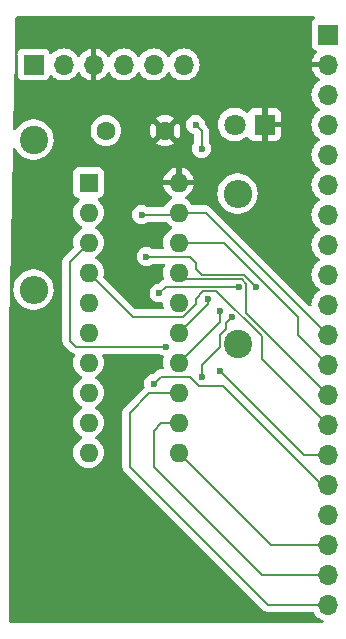
<source format=gbr>
%TF.GenerationSoftware,KiCad,Pcbnew,8.0.1*%
%TF.CreationDate,2024-05-12T15:38:33-03:00*%
%TF.ProjectId,PIC16F687-690_dev_board,50494331-3646-4363-9837-2d3639305f64,rev?*%
%TF.SameCoordinates,Original*%
%TF.FileFunction,Copper,L2,Bot*%
%TF.FilePolarity,Positive*%
%FSLAX46Y46*%
G04 Gerber Fmt 4.6, Leading zero omitted, Abs format (unit mm)*
G04 Created by KiCad (PCBNEW 8.0.1) date 2024-05-12 15:38:33*
%MOMM*%
%LPD*%
G01*
G04 APERTURE LIST*
%TA.AperFunction,ComponentPad*%
%ADD10C,2.400000*%
%TD*%
%TA.AperFunction,ComponentPad*%
%ADD11O,2.400000X2.400000*%
%TD*%
%TA.AperFunction,ComponentPad*%
%ADD12R,1.700000X1.700000*%
%TD*%
%TA.AperFunction,ComponentPad*%
%ADD13O,1.700000X1.700000*%
%TD*%
%TA.AperFunction,ComponentPad*%
%ADD14R,1.800000X1.800000*%
%TD*%
%TA.AperFunction,ComponentPad*%
%ADD15C,1.800000*%
%TD*%
%TA.AperFunction,ComponentPad*%
%ADD16C,1.600000*%
%TD*%
%TA.AperFunction,ComponentPad*%
%ADD17R,1.600000X1.600000*%
%TD*%
%TA.AperFunction,ComponentPad*%
%ADD18O,1.600000X1.600000*%
%TD*%
%TA.AperFunction,ViaPad*%
%ADD19C,0.600000*%
%TD*%
%TA.AperFunction,Conductor*%
%ADD20C,0.200000*%
%TD*%
G04 APERTURE END LIST*
D10*
%TO.P,R1,1*%
%TO.N,VCC*%
X122936000Y-70358000D03*
D11*
%TO.P,R1,2*%
%TO.N,MCLR*%
X122936000Y-83058000D03*
%TD*%
D10*
%TO.P,R2,1*%
%TO.N,Net-(J2-Pin_3)*%
X140208000Y-87630000D03*
D11*
%TO.P,R2,2*%
%TO.N,Net-(D1-A)*%
X140208000Y-74930000D03*
%TD*%
D12*
%TO.P,J2,1,Pin_1*%
%TO.N,VCC*%
X147828000Y-61468000D03*
D13*
%TO.P,J2,2,Pin_2*%
%TO.N,GND*%
X147828000Y-64008000D03*
%TO.P,J2,3,Pin_3*%
%TO.N,Net-(J2-Pin_3)*%
X147828000Y-66548000D03*
%TO.P,J2,4,Pin_4*%
%TO.N,Net-(J2-Pin_4)*%
X147828000Y-69088000D03*
%TO.P,J2,5,Pin_5*%
%TO.N,Net-(J2-Pin_5)*%
X147828000Y-71628000D03*
%TO.P,J2,6,Pin_6*%
%TO.N,Net-(J2-Pin_6)*%
X147828000Y-74168000D03*
%TO.P,J2,7,Pin_7*%
%TO.N,Net-(J2-Pin_7)*%
X147828000Y-76708000D03*
%TO.P,J2,8,Pin_8*%
%TO.N,Net-(J2-Pin_8)*%
X147828000Y-79248000D03*
%TO.P,J2,9,Pin_9*%
%TO.N,Net-(J2-Pin_9)*%
X147828000Y-81788000D03*
%TO.P,J2,10,Pin_10*%
%TO.N,Net-(J2-Pin_10)*%
X147828000Y-84328000D03*
%TO.P,J2,11,Pin_11*%
%TO.N,PGD4*%
X147828000Y-86868000D03*
%TO.P,J2,12,Pin_12*%
%TO.N,PGC5*%
X147828000Y-89408000D03*
%TO.P,J2,13,Pin_13*%
%TO.N,Net-(J2-Pin_13)*%
X147828000Y-91948000D03*
%TO.P,J2,14,Pin_14*%
%TO.N,MCLR*%
X147828000Y-94488000D03*
%TO.P,J2,15,Pin_15*%
%TO.N,Net-(J2-Pin_15)*%
X147828000Y-97028000D03*
%TO.P,J2,16,Pin_16*%
%TO.N,Net-(J2-Pin_16)*%
X147828000Y-99568000D03*
%TO.P,J2,17,Pin_17*%
%TO.N,Net-(J2-Pin_17)*%
X147828000Y-102108000D03*
%TO.P,J2,18,Pin_18*%
%TO.N,Net-(J2-Pin_18)*%
X147828000Y-104648000D03*
%TO.P,J2,19,Pin_19*%
%TO.N,Net-(J2-Pin_19)*%
X147828000Y-107188000D03*
%TO.P,J2,20,Pin_20*%
%TO.N,Net-(J2-Pin_20)*%
X147828000Y-109728000D03*
%TD*%
D14*
%TO.P,D1,1,K*%
%TO.N,GND*%
X142499000Y-69088000D03*
D15*
%TO.P,D1,2,A*%
%TO.N,Net-(D1-A)*%
X139959000Y-69088000D03*
%TD*%
D12*
%TO.P,J1,1,Pin_1*%
%TO.N,MCLR*%
X122936000Y-64008000D03*
D13*
%TO.P,J1,2,Pin_2*%
%TO.N,VCC*%
X125476000Y-64008000D03*
%TO.P,J1,3,Pin_3*%
%TO.N,GND*%
X128016000Y-64008000D03*
%TO.P,J1,4,Pin_4*%
%TO.N,PGD4*%
X130556000Y-64008000D03*
%TO.P,J1,5,Pin_5*%
%TO.N,PGC5*%
X133096000Y-64008000D03*
%TO.P,J1,6,Pin_6*%
%TO.N,unconnected-(J1-Pin_6-Pad6)*%
X135636000Y-64008000D03*
%TD*%
D16*
%TO.P,C1,1*%
%TO.N,VCC*%
X129072000Y-69596000D03*
%TO.P,C1,2*%
%TO.N,GND*%
X134072000Y-69596000D03*
%TD*%
D17*
%TO.P,U1,1,VDD*%
%TO.N,VCC*%
X127600000Y-74000000D03*
D18*
%TO.P,U1,2,T1CKI/OSC1/CLKIN/RA5*%
%TO.N,Net-(J2-Pin_16)*%
X127600000Y-76540000D03*
%TO.P,U1,3,~{T1G}/OSC2/CLKOUT/AN3/RA4*%
%TO.N,Net-(J2-Pin_15)*%
X127600000Y-79080000D03*
%TO.P,U1,4,Vpp/~{MCLR}/RA3*%
%TO.N,MCLR*%
X127600000Y-81620000D03*
%TO.P,U1,5,RC5/CCP1/P1A*%
%TO.N,Net-(J2-Pin_8)*%
X127600000Y-84160000D03*
%TO.P,U1,6,RC4/C2OUT/P1B*%
%TO.N,Net-(J2-Pin_7)*%
X127600000Y-86700000D03*
%TO.P,U1,7,RC3/AN7/C12IN3-/P1C*%
%TO.N,Net-(J2-Pin_6)*%
X127600000Y-89240000D03*
%TO.P,U1,8,RC6/AN8/~{SS}*%
%TO.N,Net-(J2-Pin_9)*%
X127600000Y-91780000D03*
%TO.P,U1,9,RC7/AN9/SDO*%
%TO.N,Net-(J2-Pin_10)*%
X127600000Y-94320000D03*
%TO.P,U1,10,TX/CK/RB7*%
%TO.N,Net-(J2-Pin_17)*%
X127600000Y-96860000D03*
%TO.P,U1,11,SCK/SCL/RB6*%
%TO.N,Net-(J2-Pin_18)*%
X135220000Y-96860000D03*
%TO.P,U1,12,RX/DT/AN11/RB5*%
%TO.N,Net-(J2-Pin_19)*%
X135220000Y-94320000D03*
%TO.P,U1,13,SDI/SDA/AN10/RB4*%
%TO.N,Net-(J2-Pin_20)*%
X135220000Y-91780000D03*
%TO.P,U1,14,RC2/AN6/C12IN2-/P1D*%
%TO.N,Net-(J2-Pin_5)*%
X135220000Y-89240000D03*
%TO.P,U1,15,RC1/AN5/C12IN1-*%
%TO.N,Net-(J2-Pin_4)*%
X135220000Y-86700000D03*
%TO.P,U1,16,RC0/AN4/C2IN+*%
%TO.N,Net-(J2-Pin_3)*%
X135220000Y-84160000D03*
%TO.P,U1,17,C1OUT/T0CKI/INT/AN2/RA2*%
%TO.N,Net-(J2-Pin_13)*%
X135220000Y-81620000D03*
%TO.P,U1,18,C12IN0-/ICSPCLK/Vref/AN1/RA1*%
%TO.N,PGC5*%
X135220000Y-79080000D03*
%TO.P,U1,19,C1IN+/ICSPDAT/ULPWU/AN0/RA0*%
%TO.N,PGD4*%
X135220000Y-76540000D03*
%TO.P,U1,20,VSS*%
%TO.N,GND*%
X135220000Y-74000000D03*
%TD*%
D19*
%TO.N,PGC5*%
X137160000Y-71120000D03*
X136652000Y-69088000D03*
%TO.N,PGD4*%
X132080000Y-76708000D03*
%TO.N,Net-(J2-Pin_6)*%
X139700000Y-85344000D03*
X137160000Y-90424000D03*
%TO.N,Net-(J2-Pin_8)*%
X141732000Y-82804000D03*
X132496000Y-80264000D03*
%TO.N,Net-(J2-Pin_5)*%
X138684000Y-84836000D03*
%TO.N,Net-(J2-Pin_7)*%
X133563735Y-83352265D03*
X140300000Y-82804000D03*
%TO.N,Net-(J2-Pin_4)*%
X137668000Y-83820000D03*
%TO.N,Net-(J2-Pin_16)*%
X133096000Y-91024000D03*
%TO.N,Net-(J2-Pin_15)*%
X138684000Y-89916000D03*
X134112000Y-87884000D03*
%TD*%
D20*
%TO.N,GND*%
X146304000Y-64008000D02*
X145796000Y-64008000D01*
X147828000Y-64008000D02*
X146304000Y-64008000D01*
X145796000Y-64008000D02*
X145288000Y-64008000D01*
%TO.N,MCLR*%
X137252000Y-83220000D02*
X136652000Y-83820000D01*
X135591635Y-85344000D02*
X131324000Y-85344000D01*
X142240000Y-88900000D02*
X142240000Y-87035471D01*
X138424529Y-83220000D02*
X137252000Y-83220000D01*
X136652000Y-84283635D02*
X135591635Y-85344000D01*
X142240000Y-87035471D02*
X138424529Y-83220000D01*
X131324000Y-85344000D02*
X127600000Y-81620000D01*
X147828000Y-94488000D02*
X142240000Y-88900000D01*
X136652000Y-83820000D02*
X136652000Y-84283635D01*
%TO.N,PGC5*%
X145288000Y-86868000D02*
X145288000Y-85344000D01*
X137160000Y-69596000D02*
X137160000Y-71120000D01*
X139024000Y-79080000D02*
X135220000Y-79080000D01*
X147828000Y-89408000D02*
X145288000Y-86868000D01*
X136652000Y-69088000D02*
X137160000Y-69596000D01*
X145288000Y-85344000D02*
X139024000Y-79080000D01*
%TO.N,PGD4*%
X135052000Y-76708000D02*
X132080000Y-76708000D01*
X137500000Y-76540000D02*
X135220000Y-76540000D01*
X135220000Y-76540000D02*
X135052000Y-76708000D01*
X147828000Y-86868000D02*
X137500000Y-76540000D01*
%TO.N,Net-(J2-Pin_6)*%
X138684000Y-87884000D02*
X138684000Y-86868000D01*
X137160000Y-89408000D02*
X138684000Y-87884000D01*
X139192000Y-86360000D02*
X139192000Y-85852000D01*
X139192000Y-85852000D02*
X139700000Y-85344000D01*
X137160000Y-90424000D02*
X137160000Y-89408000D01*
X138684000Y-86868000D02*
X139192000Y-86360000D01*
%TO.N,Net-(J2-Pin_8)*%
X136144000Y-80264000D02*
X132496000Y-80264000D01*
X140716000Y-81788000D02*
X137160000Y-81788000D01*
X136652000Y-81280000D02*
X136652000Y-80772000D01*
X141732000Y-82804000D02*
X140716000Y-81788000D01*
X136652000Y-80772000D02*
X136144000Y-80264000D01*
X137160000Y-81788000D02*
X136652000Y-81280000D01*
%TO.N,Net-(J2-Pin_5)*%
X135220000Y-89240000D02*
X138684000Y-85776000D01*
X138684000Y-85776000D02*
X138684000Y-84836000D01*
%TO.N,Net-(J2-Pin_20)*%
X147828000Y-109728000D02*
X142748000Y-109728000D01*
X132756000Y-91780000D02*
X135220000Y-91780000D01*
X142748000Y-109728000D02*
X131064000Y-98044000D01*
X131064000Y-98044000D02*
X131064000Y-93472000D01*
X131064000Y-93472000D02*
X132756000Y-91780000D01*
%TO.N,Net-(J2-Pin_7)*%
X140300000Y-82804000D02*
X134112000Y-82804000D01*
X134112000Y-82804000D02*
X133563735Y-83352265D01*
%TO.N,Net-(J2-Pin_18)*%
X143008000Y-104648000D02*
X135220000Y-96860000D01*
X147828000Y-104648000D02*
X143008000Y-104648000D01*
%TO.N,Net-(J2-Pin_4)*%
X137668000Y-84252000D02*
X137668000Y-83820000D01*
X137668000Y-84252000D02*
X135220000Y-86700000D01*
%TO.N,Net-(J2-Pin_13)*%
X135788000Y-82188000D02*
X135220000Y-81620000D01*
X140941157Y-85061157D02*
X140941157Y-82578843D01*
X147828000Y-91948000D02*
X140941157Y-85061157D01*
X140941157Y-82578843D02*
X140550314Y-82188000D01*
X140550314Y-82188000D02*
X135788000Y-82188000D01*
%TO.N,Net-(J2-Pin_16)*%
X136906000Y-91186000D02*
X138938000Y-91186000D01*
X133096000Y-91024000D02*
X133696000Y-90424000D01*
X147320000Y-99568000D02*
X138938000Y-91186000D01*
X133696000Y-90424000D02*
X136144000Y-90424000D01*
X147828000Y-99568000D02*
X147320000Y-99568000D01*
X136144000Y-90424000D02*
X136906000Y-91186000D01*
%TO.N,Net-(J2-Pin_19)*%
X133096000Y-98044000D02*
X133096000Y-94996000D01*
X133772000Y-94320000D02*
X135220000Y-94320000D01*
X133096000Y-94996000D02*
X133772000Y-94320000D01*
X142240000Y-107188000D02*
X133096000Y-98044000D01*
X147828000Y-107188000D02*
X142240000Y-107188000D01*
%TO.N,Net-(J2-Pin_15)*%
X147828000Y-97028000D02*
X145796000Y-97028000D01*
X145796000Y-97028000D02*
X138684000Y-89916000D01*
X125984000Y-87376000D02*
X126492000Y-87884000D01*
X125984000Y-80696000D02*
X125984000Y-87376000D01*
X126492000Y-87884000D02*
X134112000Y-87884000D01*
X127600000Y-79080000D02*
X125984000Y-80696000D01*
%TD*%
%TA.AperFunction,Conductor*%
%TO.N,GND*%
G36*
X146752730Y-59956185D02*
G01*
X146798485Y-60008989D01*
X146808429Y-60078147D01*
X146779404Y-60141703D01*
X146742151Y-60167567D01*
X146743454Y-60169953D01*
X146735664Y-60174206D01*
X146620455Y-60260452D01*
X146620452Y-60260455D01*
X146534206Y-60375664D01*
X146534202Y-60375671D01*
X146483908Y-60510517D01*
X146477501Y-60570116D01*
X146477500Y-60570135D01*
X146477500Y-62365870D01*
X146477501Y-62365876D01*
X146483908Y-62425483D01*
X146534202Y-62560328D01*
X146534206Y-62560335D01*
X146620452Y-62675544D01*
X146620455Y-62675547D01*
X146735664Y-62761793D01*
X146735671Y-62761797D01*
X146735674Y-62761798D01*
X146867598Y-62811002D01*
X146923531Y-62852873D01*
X146947949Y-62918337D01*
X146933098Y-62986610D01*
X146911947Y-63014865D01*
X146789886Y-63136926D01*
X146654400Y-63330420D01*
X146654399Y-63330422D01*
X146554570Y-63544507D01*
X146554567Y-63544513D01*
X146497364Y-63757999D01*
X146497364Y-63758000D01*
X147394988Y-63758000D01*
X147362075Y-63815007D01*
X147328000Y-63942174D01*
X147328000Y-64073826D01*
X147362075Y-64200993D01*
X147394988Y-64258000D01*
X146497364Y-64258000D01*
X146554567Y-64471486D01*
X146554570Y-64471492D01*
X146654399Y-64685578D01*
X146789894Y-64879082D01*
X146956917Y-65046105D01*
X147142595Y-65176119D01*
X147186219Y-65230696D01*
X147193412Y-65300195D01*
X147161890Y-65362549D01*
X147142595Y-65379269D01*
X146956594Y-65509508D01*
X146789505Y-65676597D01*
X146653965Y-65870169D01*
X146653964Y-65870171D01*
X146554098Y-66084335D01*
X146554094Y-66084344D01*
X146492938Y-66312586D01*
X146492936Y-66312596D01*
X146472341Y-66547999D01*
X146472341Y-66548000D01*
X146492936Y-66783403D01*
X146492938Y-66783413D01*
X146554094Y-67011655D01*
X146554096Y-67011659D01*
X146554097Y-67011663D01*
X146653965Y-67225830D01*
X146653967Y-67225834D01*
X146789501Y-67419395D01*
X146789506Y-67419402D01*
X146956597Y-67586493D01*
X146956603Y-67586498D01*
X147142158Y-67716425D01*
X147185783Y-67771002D01*
X147192977Y-67840500D01*
X147161454Y-67902855D01*
X147142158Y-67919575D01*
X146956597Y-68049505D01*
X146789505Y-68216597D01*
X146653965Y-68410169D01*
X146653964Y-68410171D01*
X146554098Y-68624335D01*
X146554094Y-68624344D01*
X146492938Y-68852586D01*
X146492936Y-68852596D01*
X146472341Y-69087999D01*
X146472341Y-69088000D01*
X146492936Y-69323403D01*
X146492938Y-69323413D01*
X146554094Y-69551655D01*
X146554096Y-69551659D01*
X146554097Y-69551663D01*
X146585083Y-69618112D01*
X146653965Y-69765830D01*
X146653967Y-69765834D01*
X146716661Y-69855369D01*
X146783725Y-69951147D01*
X146789501Y-69959395D01*
X146789506Y-69959402D01*
X146956597Y-70126493D01*
X146956603Y-70126498D01*
X147142158Y-70256425D01*
X147185783Y-70311002D01*
X147192977Y-70380500D01*
X147161454Y-70442855D01*
X147142158Y-70459575D01*
X146956597Y-70589505D01*
X146789505Y-70756597D01*
X146653965Y-70950169D01*
X146653964Y-70950171D01*
X146554098Y-71164335D01*
X146554094Y-71164344D01*
X146492938Y-71392586D01*
X146492936Y-71392596D01*
X146472341Y-71627999D01*
X146472341Y-71628000D01*
X146492936Y-71863403D01*
X146492938Y-71863413D01*
X146554094Y-72091655D01*
X146554096Y-72091659D01*
X146554097Y-72091663D01*
X146653965Y-72305830D01*
X146653967Y-72305834D01*
X146789501Y-72499395D01*
X146789506Y-72499402D01*
X146956597Y-72666493D01*
X146956603Y-72666498D01*
X147142158Y-72796425D01*
X147185783Y-72851002D01*
X147192977Y-72920500D01*
X147161454Y-72982855D01*
X147142158Y-72999575D01*
X146956597Y-73129505D01*
X146789505Y-73296597D01*
X146653965Y-73490169D01*
X146653964Y-73490171D01*
X146554098Y-73704335D01*
X146554094Y-73704344D01*
X146492938Y-73932586D01*
X146492936Y-73932596D01*
X146472341Y-74167999D01*
X146472341Y-74168000D01*
X146492936Y-74403403D01*
X146492938Y-74403413D01*
X146554094Y-74631655D01*
X146554096Y-74631659D01*
X146554097Y-74631663D01*
X146650696Y-74838820D01*
X146653965Y-74845830D01*
X146653967Y-74845834D01*
X146789501Y-75039395D01*
X146789506Y-75039402D01*
X146956597Y-75206493D01*
X146956603Y-75206498D01*
X147142158Y-75336425D01*
X147185783Y-75391002D01*
X147192977Y-75460500D01*
X147161454Y-75522855D01*
X147142158Y-75539575D01*
X146956597Y-75669505D01*
X146789505Y-75836597D01*
X146653965Y-76030169D01*
X146653964Y-76030171D01*
X146554098Y-76244335D01*
X146554094Y-76244344D01*
X146492938Y-76472586D01*
X146492936Y-76472596D01*
X146472341Y-76707999D01*
X146472341Y-76708000D01*
X146492936Y-76943403D01*
X146492938Y-76943413D01*
X146554094Y-77171655D01*
X146554096Y-77171659D01*
X146554097Y-77171663D01*
X146618206Y-77309145D01*
X146653965Y-77385830D01*
X146653967Y-77385834D01*
X146789501Y-77579395D01*
X146789506Y-77579402D01*
X146956597Y-77746493D01*
X146956603Y-77746498D01*
X147142158Y-77876425D01*
X147185783Y-77931002D01*
X147192977Y-78000500D01*
X147161454Y-78062855D01*
X147142158Y-78079575D01*
X146956597Y-78209505D01*
X146789505Y-78376597D01*
X146653965Y-78570169D01*
X146653964Y-78570171D01*
X146554098Y-78784335D01*
X146554094Y-78784344D01*
X146492938Y-79012586D01*
X146492936Y-79012596D01*
X146472341Y-79247999D01*
X146472341Y-79248000D01*
X146492936Y-79483403D01*
X146492938Y-79483413D01*
X146554094Y-79711655D01*
X146554096Y-79711659D01*
X146554097Y-79711663D01*
X146587586Y-79783480D01*
X146653965Y-79925830D01*
X146653967Y-79925834D01*
X146789501Y-80119395D01*
X146789506Y-80119402D01*
X146956597Y-80286493D01*
X146956603Y-80286498D01*
X147142158Y-80416425D01*
X147185783Y-80471002D01*
X147192977Y-80540500D01*
X147161454Y-80602855D01*
X147142158Y-80619575D01*
X146956597Y-80749505D01*
X146789505Y-80916597D01*
X146653965Y-81110169D01*
X146653964Y-81110171D01*
X146554098Y-81324335D01*
X146554094Y-81324344D01*
X146492938Y-81552586D01*
X146492936Y-81552596D01*
X146472341Y-81787999D01*
X146472341Y-81788000D01*
X146492936Y-82023403D01*
X146492938Y-82023413D01*
X146554094Y-82251655D01*
X146554096Y-82251659D01*
X146554097Y-82251663D01*
X146650845Y-82459139D01*
X146653965Y-82465830D01*
X146653967Y-82465834D01*
X146789501Y-82659395D01*
X146789506Y-82659402D01*
X146956597Y-82826493D01*
X146956603Y-82826498D01*
X147142158Y-82956425D01*
X147185783Y-83011002D01*
X147192977Y-83080500D01*
X147161454Y-83142855D01*
X147142158Y-83159575D01*
X146956597Y-83289505D01*
X146789505Y-83456597D01*
X146653965Y-83650169D01*
X146653964Y-83650171D01*
X146554098Y-83864335D01*
X146554094Y-83864344D01*
X146492938Y-84092586D01*
X146492936Y-84092596D01*
X146472341Y-84327999D01*
X146472341Y-84328006D01*
X146474776Y-84355846D01*
X146461008Y-84424345D01*
X146412392Y-84474527D01*
X146344363Y-84490459D01*
X146278520Y-84467082D01*
X146263567Y-84454331D01*
X137987590Y-76178355D01*
X137987588Y-76178352D01*
X137868717Y-76059481D01*
X137868716Y-76059480D01*
X137771585Y-76003402D01*
X137771584Y-76003401D01*
X137731783Y-75980422D01*
X137675881Y-75965443D01*
X137579057Y-75939499D01*
X137420943Y-75939499D01*
X137413347Y-75939499D01*
X137413331Y-75939500D01*
X136451692Y-75939500D01*
X136384653Y-75919815D01*
X136350119Y-75886625D01*
X136220047Y-75700861D01*
X136220045Y-75700858D01*
X136059141Y-75539954D01*
X135872734Y-75409432D01*
X135872732Y-75409431D01*
X135833211Y-75391002D01*
X135814132Y-75382105D01*
X135761694Y-75335934D01*
X135742542Y-75268740D01*
X135762758Y-75201859D01*
X135814134Y-75157341D01*
X135872484Y-75130132D01*
X136058820Y-74999657D01*
X136128473Y-74930004D01*
X138502732Y-74930004D01*
X138521777Y-75184154D01*
X138574580Y-75415500D01*
X138578492Y-75432637D01*
X138671607Y-75669888D01*
X138799041Y-75890612D01*
X138957950Y-76089877D01*
X139144783Y-76263232D01*
X139355366Y-76406805D01*
X139355371Y-76406807D01*
X139355372Y-76406808D01*
X139355373Y-76406809D01*
X139477328Y-76465538D01*
X139584992Y-76517387D01*
X139584993Y-76517387D01*
X139584996Y-76517389D01*
X139828542Y-76592513D01*
X140080565Y-76630500D01*
X140335435Y-76630500D01*
X140587458Y-76592513D01*
X140831004Y-76517389D01*
X141060634Y-76406805D01*
X141271217Y-76263232D01*
X141458050Y-76089877D01*
X141616959Y-75890612D01*
X141744393Y-75669888D01*
X141837508Y-75432637D01*
X141894222Y-75184157D01*
X141913268Y-74930000D01*
X141907114Y-74847883D01*
X141894222Y-74675845D01*
X141837509Y-74427369D01*
X141837508Y-74427363D01*
X141744393Y-74190112D01*
X141616959Y-73969388D01*
X141458050Y-73770123D01*
X141271217Y-73596768D01*
X141060634Y-73453195D01*
X141060630Y-73453193D01*
X141060627Y-73453191D01*
X141060626Y-73453190D01*
X140831006Y-73342612D01*
X140831008Y-73342612D01*
X140587466Y-73267489D01*
X140587462Y-73267488D01*
X140587458Y-73267487D01*
X140466231Y-73249214D01*
X140335440Y-73229500D01*
X140335435Y-73229500D01*
X140080565Y-73229500D01*
X140080559Y-73229500D01*
X139923609Y-73253157D01*
X139828542Y-73267487D01*
X139828539Y-73267488D01*
X139828533Y-73267489D01*
X139584992Y-73342612D01*
X139355373Y-73453190D01*
X139355372Y-73453191D01*
X139144782Y-73596768D01*
X138957952Y-73770121D01*
X138957950Y-73770123D01*
X138799041Y-73969388D01*
X138671608Y-74190109D01*
X138578492Y-74427362D01*
X138578490Y-74427369D01*
X138521777Y-74675845D01*
X138502732Y-74929995D01*
X138502732Y-74930004D01*
X136128473Y-74930004D01*
X136219657Y-74838820D01*
X136350134Y-74652482D01*
X136446265Y-74446326D01*
X136446269Y-74446317D01*
X136498872Y-74250000D01*
X135535686Y-74250000D01*
X135540080Y-74245606D01*
X135592741Y-74154394D01*
X135620000Y-74052661D01*
X135620000Y-73947339D01*
X135592741Y-73845606D01*
X135540080Y-73754394D01*
X135535686Y-73750000D01*
X136498872Y-73750000D01*
X136498872Y-73749999D01*
X136446269Y-73553682D01*
X136446265Y-73553673D01*
X136350134Y-73347517D01*
X136219657Y-73161179D01*
X136058820Y-73000342D01*
X135872482Y-72869865D01*
X135666328Y-72773734D01*
X135470000Y-72721127D01*
X135470000Y-73684314D01*
X135465606Y-73679920D01*
X135374394Y-73627259D01*
X135272661Y-73600000D01*
X135167339Y-73600000D01*
X135065606Y-73627259D01*
X134974394Y-73679920D01*
X134970000Y-73684314D01*
X134970000Y-72721127D01*
X134773671Y-72773734D01*
X134567517Y-72869865D01*
X134381179Y-73000342D01*
X134220342Y-73161179D01*
X134089865Y-73347517D01*
X133993734Y-73553673D01*
X133993730Y-73553682D01*
X133941127Y-73749999D01*
X133941128Y-73750000D01*
X134904314Y-73750000D01*
X134899920Y-73754394D01*
X134847259Y-73845606D01*
X134820000Y-73947339D01*
X134820000Y-74052661D01*
X134847259Y-74154394D01*
X134899920Y-74245606D01*
X134904314Y-74250000D01*
X133941128Y-74250000D01*
X133993730Y-74446317D01*
X133993734Y-74446326D01*
X134089865Y-74652482D01*
X134220342Y-74838820D01*
X134381179Y-74999657D01*
X134567518Y-75130134D01*
X134567520Y-75130135D01*
X134625865Y-75157342D01*
X134678305Y-75203514D01*
X134697457Y-75270707D01*
X134677242Y-75337589D01*
X134625867Y-75382105D01*
X134606789Y-75391002D01*
X134567264Y-75409433D01*
X134380858Y-75539954D01*
X134219954Y-75700858D01*
X134089432Y-75887265D01*
X134089431Y-75887267D01*
X134020120Y-76035905D01*
X133973947Y-76088344D01*
X133907738Y-76107500D01*
X132662412Y-76107500D01*
X132595373Y-76087815D01*
X132585097Y-76080445D01*
X132582263Y-76078185D01*
X132582262Y-76078184D01*
X132525496Y-76042515D01*
X132429523Y-75982211D01*
X132259254Y-75922631D01*
X132259249Y-75922630D01*
X132080004Y-75902435D01*
X132079996Y-75902435D01*
X131900750Y-75922630D01*
X131900745Y-75922631D01*
X131730476Y-75982211D01*
X131577737Y-76078184D01*
X131450184Y-76205737D01*
X131354211Y-76358476D01*
X131294631Y-76528745D01*
X131294630Y-76528750D01*
X131274435Y-76707996D01*
X131274435Y-76708003D01*
X131294630Y-76887249D01*
X131294631Y-76887254D01*
X131354211Y-77057523D01*
X131425931Y-77171664D01*
X131450184Y-77210262D01*
X131577738Y-77337816D01*
X131730478Y-77433789D01*
X131900745Y-77493368D01*
X131900750Y-77493369D01*
X132079996Y-77513565D01*
X132080000Y-77513565D01*
X132080004Y-77513565D01*
X132259249Y-77493369D01*
X132259252Y-77493368D01*
X132259255Y-77493368D01*
X132429522Y-77433789D01*
X132582262Y-77337816D01*
X132582267Y-77337810D01*
X132585097Y-77335555D01*
X132587275Y-77334665D01*
X132588158Y-77334111D01*
X132588255Y-77334265D01*
X132649783Y-77309145D01*
X132662412Y-77308500D01*
X134105940Y-77308500D01*
X134172979Y-77328185D01*
X134207514Y-77361375D01*
X134219950Y-77379135D01*
X134219953Y-77379139D01*
X134380861Y-77540047D01*
X134567266Y-77670568D01*
X134625275Y-77697618D01*
X134677714Y-77743791D01*
X134696866Y-77810984D01*
X134676650Y-77877865D01*
X134625275Y-77922382D01*
X134567267Y-77949431D01*
X134567265Y-77949432D01*
X134380858Y-78079954D01*
X134219954Y-78240858D01*
X134089432Y-78427265D01*
X134089431Y-78427267D01*
X133993261Y-78633502D01*
X133993258Y-78633511D01*
X133934366Y-78853302D01*
X133934364Y-78853313D01*
X133914532Y-79079998D01*
X133914532Y-79080001D01*
X133934364Y-79306686D01*
X133934366Y-79306697D01*
X133988146Y-79507407D01*
X133986483Y-79577257D01*
X133947320Y-79635119D01*
X133883092Y-79662623D01*
X133868371Y-79663500D01*
X133078412Y-79663500D01*
X133011373Y-79643815D01*
X133001097Y-79636445D01*
X132998263Y-79634185D01*
X132998262Y-79634184D01*
X132941496Y-79598515D01*
X132845523Y-79538211D01*
X132675254Y-79478631D01*
X132675249Y-79478630D01*
X132496004Y-79458435D01*
X132495996Y-79458435D01*
X132316750Y-79478630D01*
X132316745Y-79478631D01*
X132146476Y-79538211D01*
X131993737Y-79634184D01*
X131866184Y-79761737D01*
X131770211Y-79914476D01*
X131710631Y-80084745D01*
X131710630Y-80084750D01*
X131690435Y-80263996D01*
X131690435Y-80264003D01*
X131710630Y-80443249D01*
X131710631Y-80443254D01*
X131770211Y-80613523D01*
X131820116Y-80692945D01*
X131866184Y-80766262D01*
X131993738Y-80893816D01*
X132084080Y-80950582D01*
X132130744Y-80979903D01*
X132146478Y-80989789D01*
X132265010Y-81031265D01*
X132316745Y-81049368D01*
X132316750Y-81049369D01*
X132495996Y-81069565D01*
X132496000Y-81069565D01*
X132496004Y-81069565D01*
X132675249Y-81049369D01*
X132675252Y-81049368D01*
X132675255Y-81049368D01*
X132845522Y-80989789D01*
X132998262Y-80893816D01*
X132998267Y-80893810D01*
X133001097Y-80891555D01*
X133003275Y-80890665D01*
X133004158Y-80890111D01*
X133004255Y-80890265D01*
X133065783Y-80865145D01*
X133078412Y-80864500D01*
X133942712Y-80864500D01*
X134009751Y-80884185D01*
X134055506Y-80936989D01*
X134065450Y-81006147D01*
X134055095Y-81040901D01*
X134042653Y-81067584D01*
X133993261Y-81173502D01*
X133993258Y-81173511D01*
X133934366Y-81393302D01*
X133934364Y-81393313D01*
X133914532Y-81619998D01*
X133914532Y-81620001D01*
X133934364Y-81846686D01*
X133934366Y-81846697D01*
X133993258Y-82066488D01*
X133995111Y-82071577D01*
X133993286Y-82072241D01*
X134002497Y-82132877D01*
X133973979Y-82196662D01*
X133915503Y-82234902D01*
X133911718Y-82235981D01*
X133880216Y-82244422D01*
X133880215Y-82244422D01*
X133743281Y-82323482D01*
X133545200Y-82521563D01*
X133483877Y-82555048D01*
X133471403Y-82557102D01*
X133384485Y-82566895D01*
X133214213Y-82626475D01*
X133061472Y-82722449D01*
X132933919Y-82850002D01*
X132837946Y-83002741D01*
X132778366Y-83173010D01*
X132778365Y-83173015D01*
X132758170Y-83352261D01*
X132758170Y-83352268D01*
X132778365Y-83531514D01*
X132778366Y-83531519D01*
X132837946Y-83701788D01*
X132933919Y-83854527D01*
X133061473Y-83982081D01*
X133119610Y-84018611D01*
X133205276Y-84072439D01*
X133214213Y-84078054D01*
X133360331Y-84129183D01*
X133384480Y-84137633D01*
X133384485Y-84137634D01*
X133563731Y-84157830D01*
X133563735Y-84157830D01*
X133563739Y-84157830D01*
X133742984Y-84137634D01*
X133742985Y-84137633D01*
X133742990Y-84137633D01*
X133756956Y-84132745D01*
X133826735Y-84129183D01*
X133887363Y-84163911D01*
X133919591Y-84225904D01*
X133921441Y-84238979D01*
X133934364Y-84386687D01*
X133934366Y-84386697D01*
X133988146Y-84587407D01*
X133986483Y-84657257D01*
X133947320Y-84715119D01*
X133883092Y-84742623D01*
X133868371Y-84743500D01*
X131624097Y-84743500D01*
X131557058Y-84723815D01*
X131536416Y-84707181D01*
X128891941Y-82062706D01*
X128858456Y-82001383D01*
X128859847Y-81942931D01*
X128885635Y-81846692D01*
X128905468Y-81620000D01*
X128885635Y-81393308D01*
X128826739Y-81173504D01*
X128730568Y-80967266D01*
X128632839Y-80827693D01*
X128600045Y-80780858D01*
X128439141Y-80619954D01*
X128252734Y-80489432D01*
X128252728Y-80489429D01*
X128194725Y-80462382D01*
X128142285Y-80416210D01*
X128123133Y-80349017D01*
X128143348Y-80282135D01*
X128194725Y-80237618D01*
X128252734Y-80210568D01*
X128439139Y-80080047D01*
X128600047Y-79919139D01*
X128730568Y-79732734D01*
X128826739Y-79526496D01*
X128885635Y-79306692D01*
X128905468Y-79080000D01*
X128885635Y-78853308D01*
X128826739Y-78633504D01*
X128730568Y-78427266D01*
X128600047Y-78240861D01*
X128600045Y-78240858D01*
X128439141Y-78079954D01*
X128252734Y-77949432D01*
X128252728Y-77949429D01*
X128194725Y-77922382D01*
X128142285Y-77876210D01*
X128123133Y-77809017D01*
X128143348Y-77742135D01*
X128194725Y-77697618D01*
X128252734Y-77670568D01*
X128439139Y-77540047D01*
X128600047Y-77379139D01*
X128730568Y-77192734D01*
X128826739Y-76986496D01*
X128885635Y-76766692D01*
X128905468Y-76540000D01*
X128885635Y-76313308D01*
X128826739Y-76093504D01*
X128730568Y-75887266D01*
X128600047Y-75700861D01*
X128600045Y-75700858D01*
X128439143Y-75539956D01*
X128414536Y-75522726D01*
X128370912Y-75468149D01*
X128363719Y-75398650D01*
X128395241Y-75336296D01*
X128455471Y-75300882D01*
X128472404Y-75297861D01*
X128507483Y-75294091D01*
X128642331Y-75243796D01*
X128757546Y-75157546D01*
X128843796Y-75042331D01*
X128894091Y-74907483D01*
X128900500Y-74847873D01*
X128900499Y-73152128D01*
X128894091Y-73092517D01*
X128843796Y-72957669D01*
X128843795Y-72957668D01*
X128843793Y-72957664D01*
X128757547Y-72842455D01*
X128757544Y-72842452D01*
X128642335Y-72756206D01*
X128642328Y-72756202D01*
X128507482Y-72705908D01*
X128507483Y-72705908D01*
X128447883Y-72699501D01*
X128447881Y-72699500D01*
X128447873Y-72699500D01*
X128447864Y-72699500D01*
X126752129Y-72699500D01*
X126752123Y-72699501D01*
X126692516Y-72705908D01*
X126557671Y-72756202D01*
X126557664Y-72756206D01*
X126442455Y-72842452D01*
X126442452Y-72842455D01*
X126356206Y-72957664D01*
X126356202Y-72957671D01*
X126305908Y-73092517D01*
X126301932Y-73129505D01*
X126299501Y-73152123D01*
X126299500Y-73152135D01*
X126299500Y-74847870D01*
X126299501Y-74847876D01*
X126305908Y-74907483D01*
X126356202Y-75042328D01*
X126356206Y-75042335D01*
X126442452Y-75157544D01*
X126442455Y-75157547D01*
X126557664Y-75243793D01*
X126557671Y-75243797D01*
X126586006Y-75254365D01*
X126692517Y-75294091D01*
X126727596Y-75297862D01*
X126792144Y-75324599D01*
X126831993Y-75381991D01*
X126834488Y-75451816D01*
X126798836Y-75511905D01*
X126785464Y-75522725D01*
X126760858Y-75539954D01*
X126599954Y-75700858D01*
X126469432Y-75887265D01*
X126469431Y-75887267D01*
X126373261Y-76093502D01*
X126373261Y-76093504D01*
X126314366Y-76313302D01*
X126314364Y-76313313D01*
X126294532Y-76539998D01*
X126294532Y-76540001D01*
X126314364Y-76766686D01*
X126314366Y-76766697D01*
X126373258Y-76986488D01*
X126373261Y-76986497D01*
X126469431Y-77192732D01*
X126469432Y-77192734D01*
X126599954Y-77379141D01*
X126760858Y-77540045D01*
X126760861Y-77540047D01*
X126947266Y-77670568D01*
X127005275Y-77697618D01*
X127057714Y-77743791D01*
X127076866Y-77810984D01*
X127056650Y-77877865D01*
X127005275Y-77922382D01*
X126947267Y-77949431D01*
X126947265Y-77949432D01*
X126760858Y-78079954D01*
X126599954Y-78240858D01*
X126469432Y-78427265D01*
X126469431Y-78427267D01*
X126373261Y-78633502D01*
X126373258Y-78633511D01*
X126314366Y-78853302D01*
X126314364Y-78853313D01*
X126294532Y-79079998D01*
X126294532Y-79080001D01*
X126314364Y-79306686D01*
X126314366Y-79306697D01*
X126340152Y-79402931D01*
X126338489Y-79472781D01*
X126308058Y-79522705D01*
X125615286Y-80215478D01*
X125503481Y-80327282D01*
X125503479Y-80327284D01*
X125490365Y-80350000D01*
X125469888Y-80385468D01*
X125424423Y-80464215D01*
X125383499Y-80616943D01*
X125383499Y-80616945D01*
X125383499Y-80785046D01*
X125383500Y-80785059D01*
X125383500Y-87289330D01*
X125383499Y-87289348D01*
X125383499Y-87455054D01*
X125383498Y-87455054D01*
X125424423Y-87607785D01*
X125437249Y-87630000D01*
X125503477Y-87744712D01*
X125503481Y-87744717D01*
X125622349Y-87863585D01*
X125622355Y-87863590D01*
X126007139Y-88248374D01*
X126007149Y-88248385D01*
X126011479Y-88252715D01*
X126011480Y-88252716D01*
X126123284Y-88364520D01*
X126123286Y-88364521D01*
X126123290Y-88364524D01*
X126260209Y-88443573D01*
X126260216Y-88443577D01*
X126363014Y-88471121D01*
X126422674Y-88507486D01*
X126453203Y-88570333D01*
X126444908Y-88639709D01*
X126443302Y-88643301D01*
X126410130Y-88714439D01*
X126374314Y-88791247D01*
X126373262Y-88793502D01*
X126373261Y-88793504D01*
X126314366Y-89013302D01*
X126314364Y-89013313D01*
X126294532Y-89239998D01*
X126294532Y-89240001D01*
X126314364Y-89466686D01*
X126314366Y-89466697D01*
X126373258Y-89686488D01*
X126373261Y-89686497D01*
X126469431Y-89892732D01*
X126469432Y-89892734D01*
X126599954Y-90079141D01*
X126760858Y-90240045D01*
X126797243Y-90265522D01*
X126947266Y-90370568D01*
X127005275Y-90397618D01*
X127057714Y-90443791D01*
X127076866Y-90510984D01*
X127056650Y-90577865D01*
X127005275Y-90622382D01*
X126947267Y-90649431D01*
X126947265Y-90649432D01*
X126760858Y-90779954D01*
X126599954Y-90940858D01*
X126469432Y-91127265D01*
X126469431Y-91127267D01*
X126373261Y-91333502D01*
X126373258Y-91333511D01*
X126314366Y-91553302D01*
X126314364Y-91553313D01*
X126294532Y-91779998D01*
X126294532Y-91780001D01*
X126314364Y-92006686D01*
X126314366Y-92006697D01*
X126373258Y-92226488D01*
X126373261Y-92226497D01*
X126469431Y-92432732D01*
X126469432Y-92432734D01*
X126599954Y-92619141D01*
X126760858Y-92780045D01*
X126760861Y-92780047D01*
X126947266Y-92910568D01*
X127005275Y-92937618D01*
X127057714Y-92983791D01*
X127076866Y-93050984D01*
X127056650Y-93117865D01*
X127005275Y-93162382D01*
X126947266Y-93189432D01*
X126760858Y-93319954D01*
X126599954Y-93480858D01*
X126469432Y-93667265D01*
X126469431Y-93667267D01*
X126373261Y-93873502D01*
X126373258Y-93873511D01*
X126314366Y-94093302D01*
X126314364Y-94093313D01*
X126294532Y-94319998D01*
X126294532Y-94320001D01*
X126314364Y-94546686D01*
X126314366Y-94546697D01*
X126373258Y-94766488D01*
X126373261Y-94766497D01*
X126469431Y-94972732D01*
X126469432Y-94972734D01*
X126599954Y-95159141D01*
X126760858Y-95320045D01*
X126760861Y-95320047D01*
X126947266Y-95450568D01*
X127005275Y-95477618D01*
X127057714Y-95523791D01*
X127076866Y-95590984D01*
X127056650Y-95657865D01*
X127005275Y-95702382D01*
X126947267Y-95729431D01*
X126947265Y-95729432D01*
X126760858Y-95859954D01*
X126599954Y-96020858D01*
X126469432Y-96207265D01*
X126469431Y-96207267D01*
X126373261Y-96413502D01*
X126373258Y-96413511D01*
X126314366Y-96633302D01*
X126314364Y-96633313D01*
X126294532Y-96859998D01*
X126294532Y-96860001D01*
X126314364Y-97086686D01*
X126314366Y-97086697D01*
X126373258Y-97306488D01*
X126373261Y-97306497D01*
X126469431Y-97512732D01*
X126469432Y-97512734D01*
X126599954Y-97699141D01*
X126760858Y-97860045D01*
X126760861Y-97860047D01*
X126947266Y-97990568D01*
X127153504Y-98086739D01*
X127373308Y-98145635D01*
X127535230Y-98159801D01*
X127599998Y-98165468D01*
X127600000Y-98165468D01*
X127600002Y-98165468D01*
X127656673Y-98160509D01*
X127826692Y-98145635D01*
X128046496Y-98086739D01*
X128252734Y-97990568D01*
X128439139Y-97860047D01*
X128600047Y-97699139D01*
X128730568Y-97512734D01*
X128826739Y-97306496D01*
X128885635Y-97086692D01*
X128905468Y-96860000D01*
X128885635Y-96633308D01*
X128826739Y-96413504D01*
X128730568Y-96207266D01*
X128600047Y-96020861D01*
X128600045Y-96020858D01*
X128439141Y-95859954D01*
X128252734Y-95729432D01*
X128252728Y-95729429D01*
X128194725Y-95702382D01*
X128142285Y-95656210D01*
X128123133Y-95589017D01*
X128143348Y-95522135D01*
X128194725Y-95477618D01*
X128252734Y-95450568D01*
X128439139Y-95320047D01*
X128600047Y-95159139D01*
X128730568Y-94972734D01*
X128826739Y-94766496D01*
X128885635Y-94546692D01*
X128905468Y-94320000D01*
X128885635Y-94093308D01*
X128826739Y-93873504D01*
X128730568Y-93667266D01*
X128600047Y-93480861D01*
X128600045Y-93480858D01*
X128439141Y-93319954D01*
X128325259Y-93240214D01*
X128252734Y-93189432D01*
X128194724Y-93162381D01*
X128142285Y-93116210D01*
X128123133Y-93049017D01*
X128143348Y-92982135D01*
X128194725Y-92937618D01*
X128252734Y-92910568D01*
X128439139Y-92780047D01*
X128600047Y-92619139D01*
X128730568Y-92432734D01*
X128826739Y-92226496D01*
X128885635Y-92006692D01*
X128905468Y-91780000D01*
X128902464Y-91745669D01*
X128885635Y-91553313D01*
X128885635Y-91553308D01*
X128826739Y-91333504D01*
X128730568Y-91127266D01*
X128600047Y-90940861D01*
X128600045Y-90940858D01*
X128439141Y-90779954D01*
X128252734Y-90649432D01*
X128252728Y-90649429D01*
X128194725Y-90622382D01*
X128142285Y-90576210D01*
X128123133Y-90509017D01*
X128143348Y-90442135D01*
X128194725Y-90397618D01*
X128252734Y-90370568D01*
X128439139Y-90240047D01*
X128600047Y-90079139D01*
X128730568Y-89892734D01*
X128826739Y-89686496D01*
X128885635Y-89466692D01*
X128905468Y-89240000D01*
X128905232Y-89237307D01*
X128898551Y-89160939D01*
X128885635Y-89013308D01*
X128826739Y-88793504D01*
X128764905Y-88660902D01*
X128754414Y-88591828D01*
X128782933Y-88528044D01*
X128841410Y-88489804D01*
X128877288Y-88484500D01*
X133529588Y-88484500D01*
X133596627Y-88504185D01*
X133606903Y-88511555D01*
X133609736Y-88513814D01*
X133609738Y-88513816D01*
X133762478Y-88609789D01*
X133858250Y-88643301D01*
X133909885Y-88661369D01*
X133966661Y-88702091D01*
X133992408Y-88767044D01*
X133988705Y-88810504D01*
X133934366Y-89013302D01*
X133934364Y-89013313D01*
X133914532Y-89239998D01*
X133914532Y-89240001D01*
X133934364Y-89466686D01*
X133934366Y-89466697D01*
X133988146Y-89667407D01*
X133986483Y-89737257D01*
X133947320Y-89795119D01*
X133883092Y-89822623D01*
X133868371Y-89823500D01*
X133616943Y-89823500D01*
X133464212Y-89864423D01*
X133433922Y-89881913D01*
X133433919Y-89881914D01*
X133327290Y-89943475D01*
X133327282Y-89943481D01*
X133215480Y-90055284D01*
X133215478Y-90055286D01*
X133077465Y-90193299D01*
X133016142Y-90226783D01*
X133003668Y-90228837D01*
X132916750Y-90238630D01*
X132746478Y-90298210D01*
X132593737Y-90394184D01*
X132466184Y-90521737D01*
X132370211Y-90674476D01*
X132310631Y-90844745D01*
X132310630Y-90844750D01*
X132290435Y-91023996D01*
X132290435Y-91024003D01*
X132310631Y-91203252D01*
X132329710Y-91257778D01*
X132333271Y-91327557D01*
X132300351Y-91386411D01*
X132275481Y-91411282D01*
X132275478Y-91411286D01*
X130583481Y-93103282D01*
X130583477Y-93103287D01*
X130533743Y-93189431D01*
X130533743Y-93189432D01*
X130504423Y-93240214D01*
X130504423Y-93240215D01*
X130463499Y-93392943D01*
X130463499Y-93392945D01*
X130463499Y-93561046D01*
X130463500Y-93561059D01*
X130463500Y-97957330D01*
X130463499Y-97957348D01*
X130463499Y-98123054D01*
X130463498Y-98123054D01*
X130504423Y-98275785D01*
X130533358Y-98325900D01*
X130533359Y-98325904D01*
X130533360Y-98325904D01*
X130583479Y-98412714D01*
X130583481Y-98412717D01*
X130702349Y-98531585D01*
X130702355Y-98531590D01*
X142263139Y-110092374D01*
X142263149Y-110092385D01*
X142267479Y-110096715D01*
X142267480Y-110096716D01*
X142379284Y-110208520D01*
X142466095Y-110258639D01*
X142466097Y-110258641D01*
X142516213Y-110287576D01*
X142516215Y-110287577D01*
X142668942Y-110328500D01*
X142668943Y-110328500D01*
X146538909Y-110328500D01*
X146605948Y-110348185D01*
X146651292Y-110400097D01*
X146653965Y-110405830D01*
X146789505Y-110599401D01*
X146956599Y-110766495D01*
X147053384Y-110834265D01*
X147150165Y-110902032D01*
X147150167Y-110902033D01*
X147150170Y-110902035D01*
X147364337Y-111001903D01*
X147364343Y-111001904D01*
X147364344Y-111001905D01*
X147415921Y-111015725D01*
X147475582Y-111052090D01*
X147506111Y-111114937D01*
X147497816Y-111184312D01*
X147453331Y-111238190D01*
X147386779Y-111259465D01*
X147383828Y-111259500D01*
X121020500Y-111259500D01*
X120953461Y-111239815D01*
X120907706Y-111187011D01*
X120896500Y-111135500D01*
X120896500Y-85985472D01*
X120896523Y-85983065D01*
X120953320Y-83058004D01*
X121230732Y-83058004D01*
X121249777Y-83312154D01*
X121305576Y-83556626D01*
X121306492Y-83560637D01*
X121399607Y-83797888D01*
X121527041Y-84018612D01*
X121685950Y-84217877D01*
X121872783Y-84391232D01*
X122083366Y-84534805D01*
X122083371Y-84534807D01*
X122083372Y-84534808D01*
X122083373Y-84534809D01*
X122192595Y-84587407D01*
X122312992Y-84645387D01*
X122312993Y-84645387D01*
X122312996Y-84645389D01*
X122556542Y-84720513D01*
X122808565Y-84758500D01*
X123063435Y-84758500D01*
X123315458Y-84720513D01*
X123559004Y-84645389D01*
X123788634Y-84534805D01*
X123999217Y-84391232D01*
X124186050Y-84217877D01*
X124344959Y-84018612D01*
X124472393Y-83797888D01*
X124565508Y-83560637D01*
X124622222Y-83312157D01*
X124634214Y-83152131D01*
X124641268Y-83058004D01*
X124641268Y-83057995D01*
X124625681Y-82850002D01*
X124622222Y-82803843D01*
X124565508Y-82555363D01*
X124472393Y-82318112D01*
X124344959Y-82097388D01*
X124186050Y-81898123D01*
X123999217Y-81724768D01*
X123788634Y-81581195D01*
X123788630Y-81581193D01*
X123788627Y-81581191D01*
X123788626Y-81581190D01*
X123559006Y-81470612D01*
X123559008Y-81470612D01*
X123315466Y-81395489D01*
X123315462Y-81395488D01*
X123315458Y-81395487D01*
X123194231Y-81377214D01*
X123063440Y-81357500D01*
X123063435Y-81357500D01*
X122808565Y-81357500D01*
X122808559Y-81357500D01*
X122651609Y-81381157D01*
X122556542Y-81395487D01*
X122556539Y-81395488D01*
X122556533Y-81395489D01*
X122312992Y-81470612D01*
X122083373Y-81581190D01*
X122083372Y-81581191D01*
X121872782Y-81724768D01*
X121685952Y-81898121D01*
X121685950Y-81898123D01*
X121527041Y-82097388D01*
X121399608Y-82318109D01*
X121306492Y-82555362D01*
X121306490Y-82555369D01*
X121249777Y-82803845D01*
X121230732Y-83057995D01*
X121230732Y-83058004D01*
X120953320Y-83058004D01*
X121183873Y-71184553D01*
X121204856Y-71117908D01*
X121258538Y-71073187D01*
X121327877Y-71064588D01*
X121390857Y-71094841D01*
X121415236Y-71124959D01*
X121527041Y-71318612D01*
X121685950Y-71517877D01*
X121872783Y-71691232D01*
X122083366Y-71834805D01*
X122083371Y-71834807D01*
X122083372Y-71834808D01*
X122083373Y-71834809D01*
X122205328Y-71893538D01*
X122312992Y-71945387D01*
X122312993Y-71945387D01*
X122312996Y-71945389D01*
X122556542Y-72020513D01*
X122808565Y-72058500D01*
X123063435Y-72058500D01*
X123315458Y-72020513D01*
X123559004Y-71945389D01*
X123740458Y-71858005D01*
X123788626Y-71834809D01*
X123788626Y-71834808D01*
X123788634Y-71834805D01*
X123999217Y-71691232D01*
X124186050Y-71517877D01*
X124344959Y-71318612D01*
X124472393Y-71097888D01*
X124565508Y-70860637D01*
X124622222Y-70612157D01*
X124634351Y-70450298D01*
X124641268Y-70358004D01*
X124641268Y-70357995D01*
X124623919Y-70126493D01*
X124622222Y-70103843D01*
X124565508Y-69855363D01*
X124472393Y-69618112D01*
X124459627Y-69596001D01*
X127766532Y-69596001D01*
X127786364Y-69822686D01*
X127786366Y-69822697D01*
X127845258Y-70042488D01*
X127845261Y-70042497D01*
X127941431Y-70248732D01*
X127941432Y-70248734D01*
X128071954Y-70435141D01*
X128232858Y-70596045D01*
X128263839Y-70617738D01*
X128419266Y-70726568D01*
X128625504Y-70822739D01*
X128845308Y-70881635D01*
X129007230Y-70895801D01*
X129071998Y-70901468D01*
X129072000Y-70901468D01*
X129072002Y-70901468D01*
X129128673Y-70896509D01*
X129298692Y-70881635D01*
X129518496Y-70822739D01*
X129724734Y-70726568D01*
X129911139Y-70596047D01*
X130072047Y-70435139D01*
X130202568Y-70248734D01*
X130298739Y-70042496D01*
X130357635Y-69822692D01*
X130377468Y-69596002D01*
X132767034Y-69596002D01*
X132786858Y-69822599D01*
X132786860Y-69822610D01*
X132845730Y-70042317D01*
X132845735Y-70042331D01*
X132941863Y-70248478D01*
X132992974Y-70321472D01*
X133672000Y-69642446D01*
X133672000Y-69648661D01*
X133699259Y-69750394D01*
X133751920Y-69841606D01*
X133826394Y-69916080D01*
X133917606Y-69968741D01*
X134019339Y-69996000D01*
X134025553Y-69996000D01*
X133346526Y-70675025D01*
X133419513Y-70726132D01*
X133419521Y-70726136D01*
X133625668Y-70822264D01*
X133625682Y-70822269D01*
X133845389Y-70881139D01*
X133845400Y-70881141D01*
X134071998Y-70900966D01*
X134072002Y-70900966D01*
X134298599Y-70881141D01*
X134298610Y-70881139D01*
X134518317Y-70822269D01*
X134518331Y-70822264D01*
X134724478Y-70726136D01*
X134797471Y-70675024D01*
X134118447Y-69996000D01*
X134124661Y-69996000D01*
X134226394Y-69968741D01*
X134317606Y-69916080D01*
X134392080Y-69841606D01*
X134444741Y-69750394D01*
X134472000Y-69648661D01*
X134472000Y-69642447D01*
X135151024Y-70321471D01*
X135202136Y-70248478D01*
X135298264Y-70042331D01*
X135298269Y-70042317D01*
X135357139Y-69822610D01*
X135357141Y-69822599D01*
X135376966Y-69596002D01*
X135376966Y-69595997D01*
X135357141Y-69369400D01*
X135357139Y-69369389D01*
X135298269Y-69149682D01*
X135298264Y-69149668D01*
X135269509Y-69088003D01*
X135846435Y-69088003D01*
X135866630Y-69267249D01*
X135866631Y-69267254D01*
X135926211Y-69437523D01*
X135997931Y-69551664D01*
X136022184Y-69590262D01*
X136149738Y-69717816D01*
X136302478Y-69813789D01*
X136472745Y-69873368D01*
X136472748Y-69873368D01*
X136476454Y-69874665D01*
X136533230Y-69915387D01*
X136558978Y-69980339D01*
X136559500Y-69991707D01*
X136559500Y-70537587D01*
X136539815Y-70604626D01*
X136532450Y-70614896D01*
X136530186Y-70617734D01*
X136434211Y-70770476D01*
X136374631Y-70940745D01*
X136374630Y-70940750D01*
X136354435Y-71119996D01*
X136354435Y-71120003D01*
X136374630Y-71299249D01*
X136374631Y-71299254D01*
X136434211Y-71469523D01*
X136464594Y-71517877D01*
X136530184Y-71622262D01*
X136657738Y-71749816D01*
X136810478Y-71845789D01*
X136980745Y-71905368D01*
X136980750Y-71905369D01*
X137159996Y-71925565D01*
X137160000Y-71925565D01*
X137160004Y-71925565D01*
X137339249Y-71905369D01*
X137339252Y-71905368D01*
X137339255Y-71905368D01*
X137509522Y-71845789D01*
X137662262Y-71749816D01*
X137789816Y-71622262D01*
X137885789Y-71469522D01*
X137945368Y-71299255D01*
X137950820Y-71250867D01*
X137965565Y-71120003D01*
X137965565Y-71119996D01*
X137945369Y-70940750D01*
X137945368Y-70940745D01*
X137931449Y-70900966D01*
X137885789Y-70770478D01*
X137858198Y-70726568D01*
X137789813Y-70617734D01*
X137787550Y-70614896D01*
X137786659Y-70612715D01*
X137786111Y-70611842D01*
X137786264Y-70611745D01*
X137761144Y-70550209D01*
X137760500Y-70537587D01*
X137760500Y-69516945D01*
X137760500Y-69516943D01*
X137719577Y-69364216D01*
X137663597Y-69267255D01*
X137640524Y-69227290D01*
X137640521Y-69227286D01*
X137640520Y-69227284D01*
X137528716Y-69115480D01*
X137528715Y-69115479D01*
X137524385Y-69111149D01*
X137524374Y-69111139D01*
X137501241Y-69088006D01*
X138553700Y-69088006D01*
X138572864Y-69319297D01*
X138572866Y-69319308D01*
X138629842Y-69544300D01*
X138723075Y-69756848D01*
X138850016Y-69951147D01*
X138850019Y-69951151D01*
X138850021Y-69951153D01*
X139007216Y-70121913D01*
X139007219Y-70121915D01*
X139007222Y-70121918D01*
X139190365Y-70264464D01*
X139190371Y-70264468D01*
X139190374Y-70264470D01*
X139394497Y-70374936D01*
X139482065Y-70404998D01*
X139614015Y-70450297D01*
X139614017Y-70450297D01*
X139614019Y-70450298D01*
X139842951Y-70488500D01*
X139842952Y-70488500D01*
X140075048Y-70488500D01*
X140075049Y-70488500D01*
X140303981Y-70450298D01*
X140523503Y-70374936D01*
X140727626Y-70264470D01*
X140737963Y-70256425D01*
X140904893Y-70126498D01*
X140910784Y-70121913D01*
X140919511Y-70112432D01*
X140979394Y-70076441D01*
X141049232Y-70078538D01*
X141106850Y-70118060D01*
X141126924Y-70153080D01*
X141155645Y-70230086D01*
X141155649Y-70230093D01*
X141241809Y-70345187D01*
X141241812Y-70345190D01*
X141356906Y-70431350D01*
X141356913Y-70431354D01*
X141491620Y-70481596D01*
X141491627Y-70481598D01*
X141551155Y-70487999D01*
X141551172Y-70488000D01*
X142249000Y-70488000D01*
X142249000Y-69463277D01*
X142325306Y-69507333D01*
X142439756Y-69538000D01*
X142558244Y-69538000D01*
X142672694Y-69507333D01*
X142749000Y-69463277D01*
X142749000Y-70488000D01*
X143446828Y-70488000D01*
X143446844Y-70487999D01*
X143506372Y-70481598D01*
X143506379Y-70481596D01*
X143641086Y-70431354D01*
X143641093Y-70431350D01*
X143756187Y-70345190D01*
X143756190Y-70345187D01*
X143842350Y-70230093D01*
X143842354Y-70230086D01*
X143892596Y-70095379D01*
X143892598Y-70095372D01*
X143898999Y-70035844D01*
X143899000Y-70035827D01*
X143899000Y-69338000D01*
X142874278Y-69338000D01*
X142918333Y-69261694D01*
X142949000Y-69147244D01*
X142949000Y-69028756D01*
X142918333Y-68914306D01*
X142874278Y-68838000D01*
X143899000Y-68838000D01*
X143899000Y-68140172D01*
X143898999Y-68140155D01*
X143892598Y-68080627D01*
X143892596Y-68080620D01*
X143842354Y-67945913D01*
X143842350Y-67945906D01*
X143756190Y-67830812D01*
X143756187Y-67830809D01*
X143641093Y-67744649D01*
X143641086Y-67744645D01*
X143506379Y-67694403D01*
X143506372Y-67694401D01*
X143446844Y-67688000D01*
X142749000Y-67688000D01*
X142749000Y-68712722D01*
X142672694Y-68668667D01*
X142558244Y-68638000D01*
X142439756Y-68638000D01*
X142325306Y-68668667D01*
X142249000Y-68712722D01*
X142249000Y-67688000D01*
X141551155Y-67688000D01*
X141491627Y-67694401D01*
X141491620Y-67694403D01*
X141356913Y-67744645D01*
X141356906Y-67744649D01*
X141241812Y-67830809D01*
X141241809Y-67830812D01*
X141155649Y-67945906D01*
X141155646Y-67945911D01*
X141126924Y-68022920D01*
X141085052Y-68078853D01*
X141019588Y-68103270D01*
X140951315Y-68088418D01*
X140919514Y-68063571D01*
X140910784Y-68054087D01*
X140910779Y-68054083D01*
X140910777Y-68054081D01*
X140727634Y-67911535D01*
X140727628Y-67911531D01*
X140523504Y-67801064D01*
X140523495Y-67801061D01*
X140303984Y-67725702D01*
X140116404Y-67694401D01*
X140075049Y-67687500D01*
X139842951Y-67687500D01*
X139801596Y-67694401D01*
X139614015Y-67725702D01*
X139394504Y-67801061D01*
X139394495Y-67801064D01*
X139190371Y-67911531D01*
X139190365Y-67911535D01*
X139007222Y-68054081D01*
X139007219Y-68054084D01*
X139007216Y-68054086D01*
X139007216Y-68054087D01*
X138982791Y-68080620D01*
X138850016Y-68224852D01*
X138723075Y-68419151D01*
X138629842Y-68631699D01*
X138572866Y-68856691D01*
X138572864Y-68856702D01*
X138553700Y-69087993D01*
X138553700Y-69088006D01*
X137501241Y-69088006D01*
X137482700Y-69069465D01*
X137449215Y-69008142D01*
X137447163Y-68995686D01*
X137437368Y-68908745D01*
X137377789Y-68738478D01*
X137281816Y-68585738D01*
X137154262Y-68458184D01*
X137001523Y-68362211D01*
X136831254Y-68302631D01*
X136831249Y-68302630D01*
X136652004Y-68282435D01*
X136651996Y-68282435D01*
X136472750Y-68302630D01*
X136472745Y-68302631D01*
X136302476Y-68362211D01*
X136149737Y-68458184D01*
X136022184Y-68585737D01*
X135926211Y-68738476D01*
X135866631Y-68908745D01*
X135866630Y-68908750D01*
X135846435Y-69087996D01*
X135846435Y-69088003D01*
X135269509Y-69088003D01*
X135202136Y-68943521D01*
X135202132Y-68943513D01*
X135151025Y-68870526D01*
X134472000Y-69549551D01*
X134472000Y-69543339D01*
X134444741Y-69441606D01*
X134392080Y-69350394D01*
X134317606Y-69275920D01*
X134226394Y-69223259D01*
X134124661Y-69196000D01*
X134118448Y-69196000D01*
X134797472Y-68516974D01*
X134724478Y-68465863D01*
X134518331Y-68369735D01*
X134518317Y-68369730D01*
X134298610Y-68310860D01*
X134298599Y-68310858D01*
X134072002Y-68291034D01*
X134071998Y-68291034D01*
X133845400Y-68310858D01*
X133845389Y-68310860D01*
X133625682Y-68369730D01*
X133625673Y-68369734D01*
X133419516Y-68465866D01*
X133419512Y-68465868D01*
X133346526Y-68516973D01*
X133346526Y-68516974D01*
X134025553Y-69196000D01*
X134019339Y-69196000D01*
X133917606Y-69223259D01*
X133826394Y-69275920D01*
X133751920Y-69350394D01*
X133699259Y-69441606D01*
X133672000Y-69543339D01*
X133672000Y-69549552D01*
X132992974Y-68870526D01*
X132992973Y-68870526D01*
X132941868Y-68943512D01*
X132941866Y-68943516D01*
X132845734Y-69149673D01*
X132845730Y-69149682D01*
X132786860Y-69369389D01*
X132786858Y-69369400D01*
X132767034Y-69595997D01*
X132767034Y-69596002D01*
X130377468Y-69596002D01*
X130377468Y-69596000D01*
X130357635Y-69369308D01*
X130298739Y-69149504D01*
X130202568Y-68943266D01*
X130104839Y-68803693D01*
X130072045Y-68756858D01*
X129911141Y-68595954D01*
X129724734Y-68465432D01*
X129724732Y-68465431D01*
X129518497Y-68369261D01*
X129518488Y-68369258D01*
X129298697Y-68310366D01*
X129298693Y-68310365D01*
X129298692Y-68310365D01*
X129298691Y-68310364D01*
X129298686Y-68310364D01*
X129072002Y-68290532D01*
X129071998Y-68290532D01*
X128845313Y-68310364D01*
X128845302Y-68310366D01*
X128625511Y-68369258D01*
X128625502Y-68369261D01*
X128419267Y-68465431D01*
X128419265Y-68465432D01*
X128232858Y-68595954D01*
X128071954Y-68756858D01*
X127941432Y-68943265D01*
X127941431Y-68943267D01*
X127845261Y-69149502D01*
X127845258Y-69149511D01*
X127786366Y-69369302D01*
X127786364Y-69369313D01*
X127766532Y-69595998D01*
X127766532Y-69596001D01*
X124459627Y-69596001D01*
X124344959Y-69397388D01*
X124186050Y-69198123D01*
X123999217Y-69024768D01*
X123788634Y-68881195D01*
X123788630Y-68881193D01*
X123788627Y-68881191D01*
X123788626Y-68881190D01*
X123559006Y-68770612D01*
X123559008Y-68770612D01*
X123315466Y-68695489D01*
X123315462Y-68695488D01*
X123315458Y-68695487D01*
X123194231Y-68677214D01*
X123063440Y-68657500D01*
X123063435Y-68657500D01*
X122808565Y-68657500D01*
X122808559Y-68657500D01*
X122651609Y-68681157D01*
X122556542Y-68695487D01*
X122556539Y-68695488D01*
X122556533Y-68695489D01*
X122312992Y-68770612D01*
X122083373Y-68881190D01*
X122083372Y-68881191D01*
X121872782Y-69024768D01*
X121685952Y-69198121D01*
X121685950Y-69198123D01*
X121527041Y-69397388D01*
X121448550Y-69533339D01*
X121397983Y-69581555D01*
X121329376Y-69594778D01*
X121264511Y-69568810D01*
X121223983Y-69511896D01*
X121217186Y-69468932D01*
X121337523Y-63271580D01*
X121358506Y-63204935D01*
X121398934Y-63171255D01*
X121522413Y-63171255D01*
X121544507Y-63181868D01*
X121581133Y-63241369D01*
X121585500Y-63273987D01*
X121585500Y-64905870D01*
X121585501Y-64905876D01*
X121591908Y-64965483D01*
X121642202Y-65100328D01*
X121642206Y-65100335D01*
X121728452Y-65215544D01*
X121728455Y-65215547D01*
X121843664Y-65301793D01*
X121843671Y-65301797D01*
X121978517Y-65352091D01*
X121978516Y-65352091D01*
X121985444Y-65352835D01*
X122038127Y-65358500D01*
X123833872Y-65358499D01*
X123893483Y-65352091D01*
X124028331Y-65301796D01*
X124143546Y-65215546D01*
X124229796Y-65100331D01*
X124278810Y-64968916D01*
X124320681Y-64912984D01*
X124386145Y-64888566D01*
X124454418Y-64903417D01*
X124482673Y-64924569D01*
X124604599Y-65046495D01*
X124701384Y-65114265D01*
X124798165Y-65182032D01*
X124798167Y-65182033D01*
X124798170Y-65182035D01*
X125012337Y-65281903D01*
X125240592Y-65343063D01*
X125417034Y-65358500D01*
X125475999Y-65363659D01*
X125476000Y-65363659D01*
X125476001Y-65363659D01*
X125534966Y-65358500D01*
X125711408Y-65343063D01*
X125939663Y-65281903D01*
X126153830Y-65182035D01*
X126347401Y-65046495D01*
X126514495Y-64879401D01*
X126644730Y-64693405D01*
X126699307Y-64649781D01*
X126768805Y-64642587D01*
X126831160Y-64674110D01*
X126847879Y-64693405D01*
X126977890Y-64879078D01*
X127144917Y-65046105D01*
X127338421Y-65181600D01*
X127552507Y-65281429D01*
X127552516Y-65281433D01*
X127766000Y-65338634D01*
X127766000Y-64441012D01*
X127823007Y-64473925D01*
X127950174Y-64508000D01*
X128081826Y-64508000D01*
X128208993Y-64473925D01*
X128266000Y-64441012D01*
X128266000Y-65338633D01*
X128479483Y-65281433D01*
X128479492Y-65281429D01*
X128693578Y-65181600D01*
X128887082Y-65046105D01*
X129054105Y-64879082D01*
X129184119Y-64693405D01*
X129238696Y-64649781D01*
X129308195Y-64642588D01*
X129370549Y-64674110D01*
X129387269Y-64693405D01*
X129517505Y-64879401D01*
X129684599Y-65046495D01*
X129781384Y-65114265D01*
X129878165Y-65182032D01*
X129878167Y-65182033D01*
X129878170Y-65182035D01*
X130092337Y-65281903D01*
X130320592Y-65343063D01*
X130497034Y-65358500D01*
X130555999Y-65363659D01*
X130556000Y-65363659D01*
X130556001Y-65363659D01*
X130614966Y-65358500D01*
X130791408Y-65343063D01*
X131019663Y-65281903D01*
X131233830Y-65182035D01*
X131427401Y-65046495D01*
X131594495Y-64879401D01*
X131724425Y-64693842D01*
X131779002Y-64650217D01*
X131848500Y-64643023D01*
X131910855Y-64674546D01*
X131927575Y-64693842D01*
X132057500Y-64879395D01*
X132057505Y-64879401D01*
X132224599Y-65046495D01*
X132321384Y-65114265D01*
X132418165Y-65182032D01*
X132418167Y-65182033D01*
X132418170Y-65182035D01*
X132632337Y-65281903D01*
X132860592Y-65343063D01*
X133037034Y-65358500D01*
X133095999Y-65363659D01*
X133096000Y-65363659D01*
X133096001Y-65363659D01*
X133154966Y-65358500D01*
X133331408Y-65343063D01*
X133559663Y-65281903D01*
X133773830Y-65182035D01*
X133967401Y-65046495D01*
X134134495Y-64879401D01*
X134264425Y-64693842D01*
X134319002Y-64650217D01*
X134388500Y-64643023D01*
X134450855Y-64674546D01*
X134467575Y-64693842D01*
X134597500Y-64879395D01*
X134597505Y-64879401D01*
X134764599Y-65046495D01*
X134861384Y-65114265D01*
X134958165Y-65182032D01*
X134958167Y-65182033D01*
X134958170Y-65182035D01*
X135172337Y-65281903D01*
X135400592Y-65343063D01*
X135577034Y-65358500D01*
X135635999Y-65363659D01*
X135636000Y-65363659D01*
X135636001Y-65363659D01*
X135694966Y-65358500D01*
X135871408Y-65343063D01*
X136099663Y-65281903D01*
X136313830Y-65182035D01*
X136507401Y-65046495D01*
X136674495Y-64879401D01*
X136810035Y-64685830D01*
X136909903Y-64471663D01*
X136971063Y-64243408D01*
X136991659Y-64008000D01*
X136971063Y-63772592D01*
X136915643Y-63565760D01*
X136909905Y-63544344D01*
X136909904Y-63544343D01*
X136909903Y-63544337D01*
X136810035Y-63330171D01*
X136804731Y-63322595D01*
X136674494Y-63136597D01*
X136507402Y-62969506D01*
X136507395Y-62969501D01*
X136313834Y-62833967D01*
X136313830Y-62833965D01*
X136264586Y-62811002D01*
X136099663Y-62734097D01*
X136099659Y-62734096D01*
X136099655Y-62734094D01*
X135871413Y-62672938D01*
X135871403Y-62672936D01*
X135636001Y-62652341D01*
X135635999Y-62652341D01*
X135400596Y-62672936D01*
X135400586Y-62672938D01*
X135172344Y-62734094D01*
X135172335Y-62734098D01*
X134958171Y-62833964D01*
X134958169Y-62833965D01*
X134764597Y-62969505D01*
X134597505Y-63136597D01*
X134467575Y-63322158D01*
X134412998Y-63365783D01*
X134343500Y-63372977D01*
X134281145Y-63341454D01*
X134264425Y-63322158D01*
X134134494Y-63136597D01*
X133967402Y-62969506D01*
X133967395Y-62969501D01*
X133773834Y-62833967D01*
X133773830Y-62833965D01*
X133724586Y-62811002D01*
X133559663Y-62734097D01*
X133559659Y-62734096D01*
X133559655Y-62734094D01*
X133331413Y-62672938D01*
X133331403Y-62672936D01*
X133096001Y-62652341D01*
X133095999Y-62652341D01*
X132860596Y-62672936D01*
X132860586Y-62672938D01*
X132632344Y-62734094D01*
X132632335Y-62734098D01*
X132418171Y-62833964D01*
X132418169Y-62833965D01*
X132224597Y-62969505D01*
X132057505Y-63136597D01*
X131927575Y-63322158D01*
X131872998Y-63365783D01*
X131803500Y-63372977D01*
X131741145Y-63341454D01*
X131724425Y-63322158D01*
X131594494Y-63136597D01*
X131427402Y-62969506D01*
X131427395Y-62969501D01*
X131233834Y-62833967D01*
X131233830Y-62833965D01*
X131184586Y-62811002D01*
X131019663Y-62734097D01*
X131019659Y-62734096D01*
X131019655Y-62734094D01*
X130791413Y-62672938D01*
X130791403Y-62672936D01*
X130556001Y-62652341D01*
X130555999Y-62652341D01*
X130320596Y-62672936D01*
X130320586Y-62672938D01*
X130092344Y-62734094D01*
X130092335Y-62734098D01*
X129878171Y-62833964D01*
X129878169Y-62833965D01*
X129684597Y-62969505D01*
X129517508Y-63136594D01*
X129387269Y-63322595D01*
X129332692Y-63366219D01*
X129263193Y-63373412D01*
X129200839Y-63341890D01*
X129184119Y-63322594D01*
X129054113Y-63136926D01*
X129054108Y-63136920D01*
X128887082Y-62969894D01*
X128693578Y-62834399D01*
X128479492Y-62734570D01*
X128479486Y-62734567D01*
X128266000Y-62677364D01*
X128266000Y-63574988D01*
X128208993Y-63542075D01*
X128081826Y-63508000D01*
X127950174Y-63508000D01*
X127823007Y-63542075D01*
X127766000Y-63574988D01*
X127766000Y-62677364D01*
X127765999Y-62677364D01*
X127552513Y-62734567D01*
X127552507Y-62734570D01*
X127338422Y-62834399D01*
X127338420Y-62834400D01*
X127144926Y-62969886D01*
X127144920Y-62969891D01*
X126977891Y-63136920D01*
X126977890Y-63136922D01*
X126847880Y-63322595D01*
X126793303Y-63366219D01*
X126723804Y-63373412D01*
X126661450Y-63341890D01*
X126644730Y-63322594D01*
X126514494Y-63136597D01*
X126347402Y-62969506D01*
X126347395Y-62969501D01*
X126153834Y-62833967D01*
X126153830Y-62833965D01*
X126104586Y-62811002D01*
X125939663Y-62734097D01*
X125939659Y-62734096D01*
X125939655Y-62734094D01*
X125711413Y-62672938D01*
X125711403Y-62672936D01*
X125476001Y-62652341D01*
X125475999Y-62652341D01*
X125240596Y-62672936D01*
X125240586Y-62672938D01*
X125012344Y-62734094D01*
X125012335Y-62734098D01*
X124798171Y-62833964D01*
X124798169Y-62833965D01*
X124604600Y-62969503D01*
X124482673Y-63091430D01*
X124421350Y-63124914D01*
X124351658Y-63119930D01*
X124295725Y-63078058D01*
X124278810Y-63047081D01*
X124229797Y-62915671D01*
X124229793Y-62915664D01*
X124143547Y-62800455D01*
X124143544Y-62800452D01*
X124028335Y-62714206D01*
X124028328Y-62714202D01*
X123893482Y-62663908D01*
X123893483Y-62663908D01*
X123833883Y-62657501D01*
X123833881Y-62657500D01*
X123833873Y-62657500D01*
X123833864Y-62657500D01*
X122038129Y-62657500D01*
X122038123Y-62657501D01*
X121978516Y-62663908D01*
X121843671Y-62714202D01*
X121843664Y-62714206D01*
X121728455Y-62800452D01*
X121728452Y-62800455D01*
X121642206Y-62915664D01*
X121642202Y-62915671D01*
X121591908Y-63050516D01*
X121588829Y-63079159D01*
X121562090Y-63143709D01*
X121522413Y-63171255D01*
X121398934Y-63171255D01*
X121403512Y-63167441D01*
X121374783Y-63150395D01*
X121343510Y-63087915D01*
X121341563Y-63063494D01*
X121343381Y-62969894D01*
X121389978Y-60570135D01*
X121399921Y-60058093D01*
X121420904Y-59991448D01*
X121474586Y-59946727D01*
X121523898Y-59936500D01*
X146685691Y-59936500D01*
X146752730Y-59956185D01*
G37*
%TD.AperFunction*%
%TD*%
M02*

</source>
